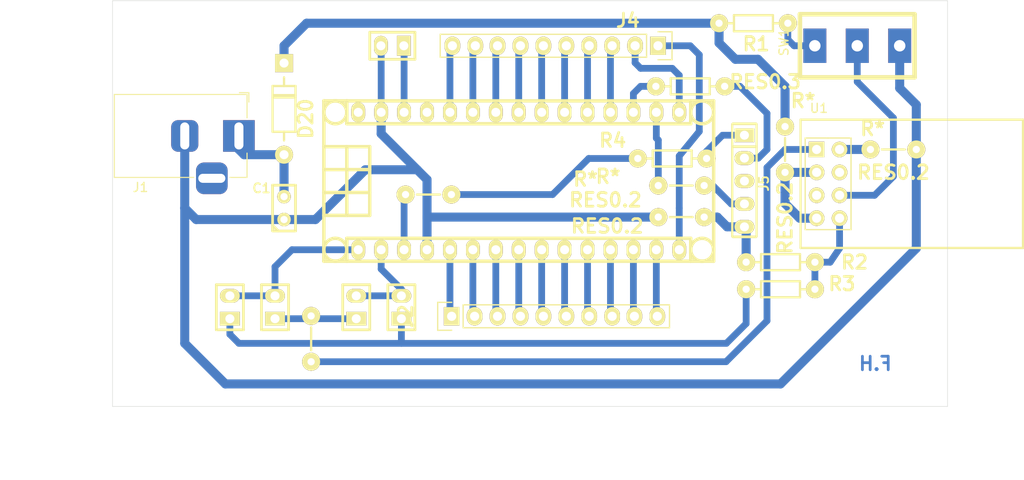
<source format=kicad_pcb>
(kicad_pcb (version 20171130) (host pcbnew "(5.1.7)-1")

  (general
    (thickness 1.6)
    (drawings 7)
    (tracks 151)
    (zones 0)
    (modules 25)
    (nets 40)
  )

  (page A4)
  (layers
    (0 F.Cu signal)
    (31 B.Cu signal)
    (32 B.Adhes user)
    (33 F.Adhes user)
    (34 B.Paste user)
    (35 F.Paste user)
    (36 B.SilkS user)
    (37 F.SilkS user)
    (38 B.Mask user)
    (39 F.Mask user)
    (40 Dwgs.User user)
    (41 Cmts.User user)
    (42 Eco1.User user)
    (43 Eco2.User user)
    (44 Edge.Cuts user)
    (45 Margin user)
    (46 B.CrtYd user)
    (47 F.CrtYd user)
    (48 B.Fab user)
    (49 F.Fab user)
  )

  (setup
    (last_trace_width 0.75)
    (trace_clearance 0.3)
    (zone_clearance 0.508)
    (zone_45_only no)
    (trace_min 0.5)
    (via_size 0.5)
    (via_drill 0.4)
    (via_min_size 0.3)
    (via_min_drill 0.3)
    (uvia_size 0.3)
    (uvia_drill 0.1)
    (uvias_allowed no)
    (uvia_min_size 0.2)
    (uvia_min_drill 0.1)
    (edge_width 0.05)
    (segment_width 0.2)
    (pcb_text_width 0.3)
    (pcb_text_size 1.5 1.5)
    (mod_edge_width 0.12)
    (mod_text_size 1 1)
    (mod_text_width 0.15)
    (pad_size 1.99898 1.99898)
    (pad_drill 0.8001)
    (pad_to_mask_clearance 0)
    (aux_axis_origin 0 0)
    (grid_origin 105 112.5)
    (visible_elements 7FFFFFFF)
    (pcbplotparams
      (layerselection 0x010fc_ffffffff)
      (usegerberextensions false)
      (usegerberattributes true)
      (usegerberadvancedattributes true)
      (creategerberjobfile true)
      (excludeedgelayer true)
      (linewidth 0.100000)
      (plotframeref false)
      (viasonmask false)
      (mode 1)
      (useauxorigin false)
      (hpglpennumber 1)
      (hpglpenspeed 20)
      (hpglpendiameter 15.000000)
      (psnegative false)
      (psa4output false)
      (plotreference true)
      (plotvalue true)
      (plotinvisibletext false)
      (padsonsilk false)
      (subtractmaskfromsilk false)
      (outputformat 1)
      (mirror false)
      (drillshape 1)
      (scaleselection 1)
      (outputdirectory ""))
  )

  (net 0 "")
  (net 1 GND)
  (net 2 +3V3)
  (net 3 /D10)
  (net 4 /D11)
  (net 5 /D9)
  (net 6 /D8)
  (net 7 /D7)
  (net 8 /D6)
  (net 9 /D5)
  (net 10 /D4)
  (net 11 /D3)
  (net 12 /D2)
  (net 13 "Net-(J3-Pad1)")
  (net 14 "Net-(J3-Pad2)")
  (net 15 /RESET)
  (net 16 /D12)
  (net 17 /D13)
  (net 18 /3V3)
  (net 19 /AREF)
  (net 20 /A0)
  (net 21 /A1)
  (net 22 /A2)
  (net 23 /A3)
  (net 24 /A4)
  (net 25 /A5)
  (net 26 /A6)
  (net 27 /A7)
  (net 28 "Net-(J3-Pad28)")
  (net 29 "Net-(J3-Pad30)")
  (net 30 /RX-A)
  (net 31 /TX)
  (net 32 "Net-(R1-Pad2)")
  (net 33 /RX)
  (net 34 /GPIO0)
  (net 35 "Net-(C1-Pad2)")
  (net 36 "Net-(U1-Pad4)")
  (net 37 "Net-(U1-Pad5)")
  (net 38 "Net-(J3-Pad27)")
  (net 39 "Net-(J5-Pad3)")

  (net_class Default "This is the default net class."
    (clearance 0.3)
    (trace_width 0.75)
    (via_dia 0.5)
    (via_drill 0.4)
    (uvia_dia 0.3)
    (uvia_drill 0.1)
    (diff_pair_width 0.5)
    (diff_pair_gap 0.25)
    (add_net /3V3)
    (add_net /A0)
    (add_net /A1)
    (add_net /A2)
    (add_net /A3)
    (add_net /A4)
    (add_net /A5)
    (add_net /A6)
    (add_net /A7)
    (add_net /AREF)
    (add_net /D10)
    (add_net /D11)
    (add_net /D12)
    (add_net /D13)
    (add_net /D2)
    (add_net /D3)
    (add_net /D4)
    (add_net /D5)
    (add_net /D6)
    (add_net /D7)
    (add_net /D8)
    (add_net /D9)
    (add_net /GPIO0)
    (add_net /RESET)
    (add_net /RX)
    (add_net /RX-A)
    (add_net /TX)
    (add_net "Net-(J3-Pad1)")
    (add_net "Net-(J3-Pad2)")
    (add_net "Net-(J3-Pad27)")
    (add_net "Net-(J3-Pad28)")
    (add_net "Net-(J3-Pad30)")
    (add_net "Net-(J5-Pad3)")
    (add_net "Net-(R1-Pad2)")
    (add_net "Net-(U1-Pad4)")
    (add_net "Net-(U1-Pad5)")
  )

  (net_class GND ""
    (clearance 0.4)
    (trace_width 1)
    (via_dia 0.5)
    (via_drill 0.4)
    (uvia_dia 0.3)
    (uvia_drill 0.1)
    (diff_pair_width 0.5)
    (diff_pair_gap 0.25)
    (add_net GND)
  )

  (net_class VCC ""
    (clearance 0.4)
    (trace_width 1)
    (via_dia 0.5)
    (via_drill 0.4)
    (uvia_dia 0.3)
    (uvia_drill 0.1)
    (diff_pair_width 0.5)
    (diff_pair_gap 0.25)
    (add_net +3V3)
    (add_net "Net-(C1-Pad2)")
  )

  (module EESTN5:CAP_0.1 (layer F.Cu) (tedit 5FDD5127) (tstamp 5FDC63C6)
    (at 124 90.5 90)
    (descr "Small ceramic capacitor")
    (tags C)
    (path /5FCF15FC)
    (fp_text reference C1 (at 2.2 -2.5 180) (layer F.SilkS)
      (effects (font (size 1.016 1.016) (thickness 0.2032)))
    )
    (fp_text value C (at 0.8 -2.4 180) (layer F.SilkS) hide
      (effects (font (size 1.016 1.016) (thickness 0.2032)))
    )
    (fp_line (start -2.54 -0.635) (end -1.905 -1.27) (layer F.SilkS) (width 0.3048))
    (fp_line (start -2.54 1.27) (end -2.54 -1.27) (layer F.SilkS) (width 0.3048))
    (fp_line (start 2.54 1.27) (end -2.54 1.27) (layer F.SilkS) (width 0.3048))
    (fp_line (start 2.54 -1.27) (end 2.54 1.27) (layer F.SilkS) (width 0.3048))
    (fp_line (start -2.4892 -1.27) (end 2.54 -1.27) (layer F.SilkS) (width 0.3048))
    (pad 1 thru_hole circle (at -1.27 0 90) (size 1.50114 1.50114) (drill 0.8001) (layers *.Cu *.Mask F.SilkS)
      (net 1 GND))
    (pad 2 thru_hole circle (at 1.27 0 90) (size 1.50114 1.50114) (drill 0.8001) (layers *.Cu *.Mask F.SilkS)
      (net 35 "Net-(C1-Pad2)"))
    (model CAP_0.1.wrl
      (at (xyz 0 0 0))
      (scale (xyz 1 1 1))
      (rotate (xyz 0 0 0))
    )
  )

  (module Connector_BarrelJack:BarrelJack_Horizontal (layer F.Cu) (tedit 5FDD5140) (tstamp 5FDC63E9)
    (at 119 82.5)
    (descr "DC Barrel Jack")
    (tags "Power Jack")
    (path /5FCEE4D5)
    (fp_text reference J1 (at -10.9 5.7) (layer F.SilkS)
      (effects (font (size 1 1) (thickness 0.15)))
    )
    (fp_text value Barrel_Jack_MountingPin (at -6.2 -5.5) (layer F.Fab)
      (effects (font (size 1 1) (thickness 0.15)))
    )
    (fp_line (start 0 -4.5) (end -13.7 -4.5) (layer F.Fab) (width 0.1))
    (fp_line (start 0.8 4.5) (end 0.8 -3.75) (layer F.Fab) (width 0.1))
    (fp_line (start -13.7 4.5) (end 0.8 4.5) (layer F.Fab) (width 0.1))
    (fp_line (start -13.7 -4.5) (end -13.7 4.5) (layer F.Fab) (width 0.1))
    (fp_line (start -10.2 -4.5) (end -10.2 4.5) (layer F.Fab) (width 0.1))
    (fp_line (start 0.9 -4.6) (end 0.9 -2) (layer F.SilkS) (width 0.12))
    (fp_line (start -13.8 -4.6) (end 0.9 -4.6) (layer F.SilkS) (width 0.12))
    (fp_line (start 0.9 4.6) (end -1 4.6) (layer F.SilkS) (width 0.12))
    (fp_line (start 0.9 1.9) (end 0.9 4.6) (layer F.SilkS) (width 0.12))
    (fp_line (start -13.8 4.6) (end -13.8 -4.6) (layer F.SilkS) (width 0.12))
    (fp_line (start -5 4.6) (end -13.8 4.6) (layer F.SilkS) (width 0.12))
    (fp_line (start -14 4.75) (end -14 -4.75) (layer F.CrtYd) (width 0.05))
    (fp_line (start -5 4.75) (end -14 4.75) (layer F.CrtYd) (width 0.05))
    (fp_line (start -5 6.75) (end -5 4.75) (layer F.CrtYd) (width 0.05))
    (fp_line (start -1 6.75) (end -5 6.75) (layer F.CrtYd) (width 0.05))
    (fp_line (start -1 4.75) (end -1 6.75) (layer F.CrtYd) (width 0.05))
    (fp_line (start 1 4.75) (end -1 4.75) (layer F.CrtYd) (width 0.05))
    (fp_line (start 1 2) (end 1 4.75) (layer F.CrtYd) (width 0.05))
    (fp_line (start 2 2) (end 1 2) (layer F.CrtYd) (width 0.05))
    (fp_line (start 2 -2) (end 2 2) (layer F.CrtYd) (width 0.05))
    (fp_line (start 1 -2) (end 2 -2) (layer F.CrtYd) (width 0.05))
    (fp_line (start 1 -4.5) (end 1 -2) (layer F.CrtYd) (width 0.05))
    (fp_line (start 1 -4.75) (end -14 -4.75) (layer F.CrtYd) (width 0.05))
    (fp_line (start 1 -4.5) (end 1 -4.75) (layer F.CrtYd) (width 0.05))
    (fp_line (start 0.05 -4.8) (end 1.1 -4.8) (layer F.SilkS) (width 0.12))
    (fp_line (start 1.1 -3.75) (end 1.1 -4.8) (layer F.SilkS) (width 0.12))
    (fp_line (start -0.003213 -4.505425) (end 0.8 -3.75) (layer F.Fab) (width 0.1))
    (fp_text user %R (at -3 -2.95) (layer F.Fab)
      (effects (font (size 1 1) (thickness 0.15)))
    )
    (pad 1 thru_hole rect (at 0 0) (size 3.5 3.5) (drill oval 1 3) (layers *.Cu *.Mask)
      (net 35 "Net-(C1-Pad2)"))
    (pad 2 thru_hole roundrect (at -6 0) (size 3 3.5) (drill oval 1 3) (layers *.Cu *.Mask) (roundrect_rratio 0.25)
      (net 1 GND))
    (pad 3 thru_hole roundrect (at -3 4.7) (size 3.5 3.5) (drill oval 3 1) (layers *.Cu *.Mask) (roundrect_rratio 0.25))
    (model ${KISYS3DMOD}/Connector_BarrelJack.3dshapes/BarrelJack_Horizontal.wrl
      (at (xyz 0 0 0))
      (scale (xyz 1 1 1))
      (rotate (xyz 0 0 0))
    )
  )

  (module EESTN5:Pin_Header_Straight_1x10 (layer F.Cu) (tedit 5FDD4B09) (tstamp 5FDC73F4)
    (at 154 102.5 90)
    (descr "Through hole pin header 10")
    (tags "pin header")
    (path /5FCFA3C8)
    (fp_text reference J2 (at 0 -16.53 90) (layer F.SilkS)
      (effects (font (size 1.5 1.5) (thickness 0.3)))
    )
    (fp_text value HEADER_10 (at -3 0.75 180) (layer F.SilkS) hide
      (effects (font (size 1.5 1.5) (thickness 0.3)))
    )
    (fp_line (start -1.75 -13.18) (end -1.75 13.2) (layer F.CrtYd) (width 0.05))
    (fp_line (start 1.75 -13.18) (end 1.75 13.2) (layer F.CrtYd) (width 0.05))
    (fp_line (start -1.75 -13.18) (end 1.75 -13.18) (layer F.CrtYd) (width 0.05))
    (fp_line (start -1.75 13.2) (end 1.75 13.2) (layer F.CrtYd) (width 0.05))
    (fp_line (start 1.27 -10.16) (end 1.27 12.7) (layer F.SilkS) (width 0.15))
    (fp_line (start 1.27 12.7) (end -1.27 12.7) (layer F.SilkS) (width 0.15))
    (fp_line (start -1.27 12.7) (end -1.27 -10.16) (layer F.SilkS) (width 0.15))
    (fp_line (start 1.55 -12.98) (end 1.55 -11.43) (layer F.SilkS) (width 0.15))
    (fp_line (start 1.27 -10.16) (end -1.27 -10.16) (layer F.SilkS) (width 0.15))
    (fp_line (start -1.55 -11.43) (end -1.55 -12.98) (layer F.SilkS) (width 0.15))
    (fp_line (start -1.55 -12.98) (end 1.55 -12.98) (layer F.SilkS) (width 0.15))
    (pad 9 thru_hole oval (at 0 8.81 90) (size 2.032 1.7272) (drill 1.016) (layers *.Cu *.Mask F.SilkS)
      (net 3 /D10))
    (pad 10 thru_hole oval (at 0 11.35 90) (size 2.032 1.7272) (drill 1.016) (layers *.Cu *.Mask F.SilkS)
      (net 4 /D11))
    (pad 8 thru_hole oval (at 0 6.35 90) (size 2.032 1.7272) (drill 1.016) (layers *.Cu *.Mask F.SilkS)
      (net 5 /D9))
    (pad 7 thru_hole oval (at 0 3.81 90) (size 2.032 1.7272) (drill 1.016) (layers *.Cu *.Mask F.SilkS)
      (net 6 /D8))
    (pad 6 thru_hole oval (at 0 1.27 90) (size 2.032 1.7272) (drill 1.016) (layers *.Cu *.Mask F.SilkS)
      (net 7 /D7))
    (pad 5 thru_hole oval (at 0 -1.27 90) (size 2.032 1.7272) (drill 1.016) (layers *.Cu *.Mask F.SilkS)
      (net 8 /D6))
    (pad 4 thru_hole oval (at 0 -3.81 90) (size 2.032 1.7272) (drill 1.016) (layers *.Cu *.Mask F.SilkS)
      (net 9 /D5))
    (pad 3 thru_hole oval (at 0 -6.35 90) (size 2.032 1.7272) (drill 1.016) (layers *.Cu *.Mask F.SilkS)
      (net 10 /D4))
    (pad 2 thru_hole oval (at 0 -8.89 90) (size 2.032 1.7272) (drill 1.016) (layers *.Cu *.Mask F.SilkS)
      (net 11 /D3))
    (pad 1 thru_hole rect (at 0 -11.43 90) (size 2.032 1.7272) (drill 1.016) (layers *.Cu *.Mask F.SilkS)
      (net 12 /D2))
  )

  (module EESTN5:arduino_nano_header (layer F.Cu) (tedit 5FDD4B19) (tstamp 5FDC6438)
    (at 150 87.5)
    (descr "Arduino Nano Header")
    (tags Arduino)
    (path /5FA2F628)
    (fp_text reference J3 (at 0.2 -2.2) (layer F.SilkS) hide
      (effects (font (size 1.016 1.016) (thickness 0.2032)))
    )
    (fp_text value Arduino_Nano_Header (at 0.3 -4.8) (layer F.SilkS) hide
      (effects (font (size 1.016 0.889) (thickness 0.2032)))
    )
    (fp_line (start -19.05 8.89) (end -19.05 6.35) (layer F.SilkS) (width 0.381))
    (fp_line (start -19.05 -8.89) (end -19.05 -6.35) (layer F.SilkS) (width 0.381))
    (fp_line (start 19.05 -6.35) (end 19.05 -8.89) (layer F.SilkS) (width 0.381))
    (fp_line (start 19.05 8.89) (end 19.05 6.35) (layer F.SilkS) (width 0.381))
    (fp_line (start -19.05 6.35) (end 19.05 6.35) (layer F.SilkS) (width 0.381))
    (fp_line (start 19.05 -6.35) (end -19.05 -6.35) (layer F.SilkS) (width 0.381))
    (fp_circle (center 20.32 7.62) (end 21.59 7.62) (layer F.SilkS) (width 0.381))
    (fp_circle (center 20.32 -7.62) (end 21.59 -7.62) (layer F.SilkS) (width 0.381))
    (fp_circle (center -20.32 7.62) (end -21.59 7.62) (layer F.SilkS) (width 0.381))
    (fp_circle (center -20.32 -7.62) (end -21.59 -7.62) (layer F.SilkS) (width 0.381))
    (fp_line (start 21.59 8.89) (end 21.59 -8.89) (layer F.SilkS) (width 0.381))
    (fp_line (start -21.59 8.89) (end -21.59 -8.89) (layer F.SilkS) (width 0.381))
    (fp_line (start -21.59 8.89) (end 21.59 8.89) (layer F.SilkS) (width 0.381))
    (fp_line (start 21.59 -8.89) (end -21.59 -8.89) (layer F.SilkS) (width 0.381))
    (fp_line (start -16.51 3.81) (end -21.59 3.81) (layer F.SilkS) (width 0.381))
    (fp_line (start -16.51 -3.81) (end -16.51 3.81) (layer F.SilkS) (width 0.381))
    (fp_line (start -21.59 -3.81) (end -16.51 -3.81) (layer F.SilkS) (width 0.381))
    (fp_line (start -19.05 -3.81) (end -19.05 3.81) (layer F.SilkS) (width 0.381))
    (fp_line (start -16.51 1.27) (end -21.59 1.27) (layer F.SilkS) (width 0.381))
    (fp_line (start -16.51 -1.27) (end -21.59 -1.27) (layer F.SilkS) (width 0.381))
    (pad 1 thru_hole oval (at -17.78 7.62) (size 1.524 2.19964) (drill 1.00076) (layers *.Cu *.Mask F.SilkS)
      (net 13 "Net-(J3-Pad1)"))
    (pad 2 thru_hole oval (at -15.24 7.62) (size 1.524 2.19964) (drill 1.00076) (layers *.Cu *.Mask F.SilkS)
      (net 14 "Net-(J3-Pad2)"))
    (pad 3 thru_hole oval (at -12.7 7.62) (size 1.524 2.19964) (drill 1.00076) (layers *.Cu *.Mask F.SilkS)
      (net 15 /RESET))
    (pad 4 thru_hole oval (at -10.16 7.62) (size 1.524 2.19964) (drill 1.00076) (layers *.Cu *.Mask F.SilkS)
      (net 1 GND))
    (pad 5 thru_hole oval (at -7.62 7.62) (size 1.524 2.19964) (drill 1.00076) (layers *.Cu *.Mask F.SilkS)
      (net 12 /D2))
    (pad 6 thru_hole oval (at -5.08 7.62) (size 1.524 2.19964) (drill 1.00076) (layers *.Cu *.Mask F.SilkS)
      (net 11 /D3))
    (pad 7 thru_hole oval (at -2.54 7.62) (size 1.524 2.19964) (drill 1.00076) (layers *.Cu *.Mask F.SilkS)
      (net 10 /D4))
    (pad 8 thru_hole oval (at 0 7.62) (size 1.524 2.19964) (drill 1.00076) (layers *.Cu *.Mask F.SilkS)
      (net 9 /D5))
    (pad 9 thru_hole oval (at 2.54 7.62) (size 1.524 2.19964) (drill 1.00076) (layers *.Cu *.Mask F.SilkS)
      (net 8 /D6))
    (pad 10 thru_hole oval (at 5.08 7.62) (size 1.524 2.19964) (drill 1.00076) (layers *.Cu *.Mask F.SilkS)
      (net 7 /D7))
    (pad 11 thru_hole oval (at 7.62 7.62) (size 1.524 2.19964) (drill 1.00076) (layers *.Cu *.Mask F.SilkS)
      (net 6 /D8))
    (pad 12 thru_hole oval (at 10.16 7.62) (size 1.524 2.19964) (drill 1.00076) (layers *.Cu *.Mask F.SilkS)
      (net 5 /D9))
    (pad 13 thru_hole oval (at 12.7 7.62) (size 1.524 2.19964) (drill 1.00076) (layers *.Cu *.Mask F.SilkS)
      (net 3 /D10))
    (pad 14 thru_hole oval (at 15.24 7.62) (size 1.524 2.19964) (drill 1.00076) (layers *.Cu *.Mask F.SilkS)
      (net 4 /D11))
    (pad 15 thru_hole oval (at 17.78 7.62) (size 1.524 2.19964) (drill 1.00076) (layers *.Cu *.Mask F.SilkS)
      (net 16 /D12))
    (pad 16 thru_hole oval (at 17.78 -7.62) (size 1.524 2.19964) (drill 1.00076) (layers *.Cu *.Mask F.SilkS)
      (net 17 /D13))
    (pad 17 thru_hole oval (at 15.24 -7.62) (size 1.524 2.19964) (drill 1.00076) (layers *.Cu *.Mask F.SilkS)
      (net 18 /3V3))
    (pad 18 thru_hole oval (at 12.7 -7.62) (size 1.524 2.19964) (drill 1.00076) (layers *.Cu *.Mask F.SilkS)
      (net 19 /AREF))
    (pad 19 thru_hole oval (at 10.16 -7.62) (size 1.524 2.19964) (drill 1.00076) (layers *.Cu *.Mask F.SilkS)
      (net 20 /A0))
    (pad 20 thru_hole oval (at 7.62 -7.62) (size 1.524 2.1971) (drill 1.00076) (layers *.Cu *.Mask F.SilkS)
      (net 21 /A1))
    (pad 21 thru_hole oval (at 5.08 -7.62) (size 1.524 2.1971) (drill 1.00076) (layers *.Cu *.Mask F.SilkS)
      (net 22 /A2))
    (pad 22 thru_hole oval (at 2.54 -7.62) (size 1.524 2.1971) (drill 1.00076) (layers *.Cu *.Mask F.SilkS)
      (net 23 /A3))
    (pad 23 thru_hole oval (at 0 -7.62) (size 1.524 2.1971) (drill 1.00076) (layers *.Cu *.Mask F.SilkS)
      (net 24 /A4))
    (pad 24 thru_hole oval (at -2.54 -7.62) (size 1.524 2.1971) (drill 0.99822) (layers *.Cu *.Mask F.SilkS)
      (net 25 /A5))
    (pad 25 thru_hole oval (at -5.08 -7.62) (size 1.524 2.1971) (drill 0.99822) (layers *.Cu *.Mask F.SilkS)
      (net 26 /A6))
    (pad 26 thru_hole oval (at -7.62 -7.62) (size 1.524 2.1971) (drill 0.99822) (layers *.Cu *.Mask F.SilkS)
      (net 27 /A7))
    (pad 27 thru_hole oval (at -10.16 -7.62) (size 1.524 2.1971) (drill 0.99822) (layers *.Cu *.Mask F.SilkS)
      (net 38 "Net-(J3-Pad27)"))
    (pad 28 thru_hole oval (at -12.7 -7.62) (size 1.524 2.1971) (drill 0.99822) (layers *.Cu *.Mask F.SilkS)
      (net 28 "Net-(J3-Pad28)"))
    (pad 29 thru_hole oval (at -15.24 -7.62) (size 1.524 2.1971) (drill 0.99822) (layers *.Cu *.Mask F.SilkS)
      (net 1 GND))
    (pad 30 thru_hole oval (at -17.78 -7.62) (size 1.524 2.1971) (drill 0.99822) (layers *.Cu *.Mask F.SilkS)
      (net 29 "Net-(J3-Pad30)"))
    (model Arduino_Nano_Board_Zocalo.wrl
      (at (xyz 0 0 0))
      (scale (xyz 1 1 1))
      (rotate (xyz 0 0 0))
    )
  )

  (module EESTN5:Pin_Header_Straight_1x10 (layer F.Cu) (tedit 5FDD511B) (tstamp 5FDC6451)
    (at 154 72.5 270)
    (descr "Through hole pin header 10")
    (tags "pin header")
    (path /5FCFABBF)
    (fp_text reference J4 (at -2.8 -8.1 180) (layer F.SilkS)
      (effects (font (size 1.5 1.5) (thickness 0.3)))
    )
    (fp_text value HEADER_10 (at -2.6 0.7 180) (layer F.SilkS) hide
      (effects (font (size 1.5 1.5) (thickness 0.3)))
    )
    (fp_line (start -1.55 -12.98) (end 1.55 -12.98) (layer F.SilkS) (width 0.15))
    (fp_line (start -1.55 -11.43) (end -1.55 -12.98) (layer F.SilkS) (width 0.15))
    (fp_line (start 1.27 -10.16) (end -1.27 -10.16) (layer F.SilkS) (width 0.15))
    (fp_line (start 1.55 -12.98) (end 1.55 -11.43) (layer F.SilkS) (width 0.15))
    (fp_line (start -1.27 12.7) (end -1.27 -10.16) (layer F.SilkS) (width 0.15))
    (fp_line (start 1.27 12.7) (end -1.27 12.7) (layer F.SilkS) (width 0.15))
    (fp_line (start 1.27 -10.16) (end 1.27 12.7) (layer F.SilkS) (width 0.15))
    (fp_line (start -1.75 13.2) (end 1.75 13.2) (layer F.CrtYd) (width 0.05))
    (fp_line (start -1.75 -13.18) (end 1.75 -13.18) (layer F.CrtYd) (width 0.05))
    (fp_line (start 1.75 -13.18) (end 1.75 13.2) (layer F.CrtYd) (width 0.05))
    (fp_line (start -1.75 -13.18) (end -1.75 13.2) (layer F.CrtYd) (width 0.05))
    (pad 1 thru_hole rect (at 0 -11.43 270) (size 2.032 1.7272) (drill 1.016) (layers *.Cu *.Mask F.SilkS)
      (net 16 /D12))
    (pad 2 thru_hole oval (at 0 -8.89 270) (size 2.032 1.7272) (drill 1.016) (layers *.Cu *.Mask F.SilkS)
      (net 17 /D13))
    (pad 3 thru_hole oval (at 0 -6.35 270) (size 2.032 1.7272) (drill 1.016) (layers *.Cu *.Mask F.SilkS)
      (net 20 /A0))
    (pad 4 thru_hole oval (at 0 -3.81 270) (size 2.032 1.7272) (drill 1.016) (layers *.Cu *.Mask F.SilkS)
      (net 21 /A1))
    (pad 5 thru_hole oval (at 0 -1.27 270) (size 2.032 1.7272) (drill 1.016) (layers *.Cu *.Mask F.SilkS)
      (net 22 /A2))
    (pad 6 thru_hole oval (at 0 1.27 270) (size 2.032 1.7272) (drill 1.016) (layers *.Cu *.Mask F.SilkS)
      (net 23 /A3))
    (pad 7 thru_hole oval (at 0 3.81 270) (size 2.032 1.7272) (drill 1.016) (layers *.Cu *.Mask F.SilkS)
      (net 24 /A4))
    (pad 8 thru_hole oval (at 0 6.35 270) (size 2.032 1.7272) (drill 1.016) (layers *.Cu *.Mask F.SilkS)
      (net 25 /A5))
    (pad 10 thru_hole oval (at 0 11.35 270) (size 2.032 1.7272) (drill 1.016) (layers *.Cu *.Mask F.SilkS)
      (net 27 /A7))
    (pad 9 thru_hole oval (at 0 8.81 270) (size 2.032 1.7272) (drill 1.016) (layers *.Cu *.Mask F.SilkS)
      (net 26 /A6))
  )

  (module EESTN5:Pin_Header_5 (layer F.Cu) (tedit 5FDD50BC) (tstamp 5FDC6461)
    (at 175 87.5 270)
    (descr "Pin socket 6pin")
    (tags "CONN DEV")
    (path /5FD8072C)
    (fp_text reference J5 (at 0.27 -2.159 90) (layer F.SilkS)
      (effects (font (size 1.016 1.016) (thickness 0.2032)))
    )
    (fp_text value HEADER_5 (at -7.7 -0.3 180) (layer F.SilkS) hide
      (effects (font (size 1.016 0.889) (thickness 0.2032)))
    )
    (fp_line (start 6.19 -1.27) (end 6.19 1.27) (layer F.SilkS) (width 0.3048))
    (fp_line (start -6.35 1.27) (end -6.35 -1.27) (layer F.SilkS) (width 0.3048))
    (fp_line (start -3.81 -1.27) (end -3.81 1.27) (layer F.SilkS) (width 0.3048))
    (fp_line (start -6.33 -1.4) (end 6.17 -1.4) (layer F.SilkS) (width 0.15))
    (fp_line (start 6.17 -1.3) (end -6.23 -1.3) (layer F.SilkS) (width 0.15))
    (fp_line (start 6.17 1.3) (end -6.33 1.3) (layer F.SilkS) (width 0.15))
    (fp_line (start 6.17 1.4) (end -6.33 1.4) (layer F.SilkS) (width 0.15))
    (pad 1 thru_hole rect (at -5.08 0 270) (size 1.524 2.19964) (drill 1.00076) (layers *.Cu *.Mask F.SilkS)
      (net 15 /RESET))
    (pad 2 thru_hole oval (at -2.54 0 270) (size 1.524 2.19964) (drill 1.00076) (layers *.Cu *.Mask F.SilkS)
      (net 19 /AREF))
    (pad 3 thru_hole oval (at 0 0 270) (size 1.524 2.19964) (drill 1.00076) (layers *.Cu *.Mask F.SilkS)
      (net 39 "Net-(J5-Pad3)"))
    (pad 4 thru_hole oval (at 2.54 0 270) (size 1.524 2.19964) (drill 1.00076) (layers *.Cu *.Mask F.SilkS)
      (net 18 /3V3))
    (pad 5 thru_hole oval (at 5.08 0 270) (size 1.524 2.19964) (drill 1.00076) (layers *.Cu *.Mask F.SilkS)
      (net 1 GND))
    (model Pin_socket_6.wrl
      (at (xyz 0 0 0))
      (scale (xyz 1 1 1))
      (rotate (xyz 0 0 0))
    )
  )

  (module EESTN5:Jumper (layer F.Cu) (tedit 5FDD4A7F) (tstamp 5FDC646B)
    (at 118 101.5 90)
    (descr "Pin strip 2pin")
    (tags "CONN DEV")
    (path /5FD5FDAD)
    (fp_text reference JP1 (at 3.5 -0.25 180) (layer F.SilkS) hide
      (effects (font (size 1.016 1.016) (thickness 0.2032)))
    )
    (fp_text value Jumper (at 5 0) (layer F.SilkS) hide
      (effects (font (size 1.016 0.889) (thickness 0.2032)))
    )
    (fp_line (start 2.5 1.5) (end -2.5 1.5) (layer F.SilkS) (width 0.3048))
    (fp_line (start -2.5 -1.5) (end 2.5 -1.5) (layer F.SilkS) (width 0.3048))
    (fp_line (start -2.5 1.5) (end -2.5 -1.5) (layer F.SilkS) (width 0.3048))
    (fp_line (start 2.5 -1.5) (end 2.5 1.5) (layer F.SilkS) (width 0.3048))
    (pad 2 thru_hole oval (at 1.27 0 90) (size 1.524 2.19964) (drill 1.00076) (layers *.Cu *.Mask F.SilkS)
      (net 13 "Net-(J3-Pad1)"))
    (pad 1 thru_hole rect (at -1.27 0 90) (size 1.524 2.19964) (drill 1.00076) (layers *.Cu *.Mask F.SilkS)
      (net 30 /RX-A))
    (model pin_strip_2.wrl
      (at (xyz 0 0 0))
      (scale (xyz 1 1 1))
      (rotate (xyz 0 0 0))
    )
    (model Jumper.wrl
      (at (xyz 0 0 0))
      (scale (xyz 1 1 1))
      (rotate (xyz 0 0 0))
    )
  )

  (module EESTN5:Jumper (layer F.Cu) (tedit 5FDD4A8A) (tstamp 5FDC6475)
    (at 123 101.5 90)
    (descr "Pin strip 2pin")
    (tags "CONN DEV")
    (path /5FD51B32)
    (fp_text reference JP2 (at 3 2.75) (layer F.SilkS) hide
      (effects (font (size 1.016 1.016) (thickness 0.2032)))
    )
    (fp_text value Jumper (at 4.5 3.25) (layer F.SilkS) hide
      (effects (font (size 1.016 0.889) (thickness 0.2032)))
    )
    (fp_line (start 2.5 1.5) (end -2.5 1.5) (layer F.SilkS) (width 0.3048))
    (fp_line (start -2.5 -1.5) (end 2.5 -1.5) (layer F.SilkS) (width 0.3048))
    (fp_line (start -2.5 1.5) (end -2.5 -1.5) (layer F.SilkS) (width 0.3048))
    (fp_line (start 2.5 -1.5) (end 2.5 1.5) (layer F.SilkS) (width 0.3048))
    (pad 2 thru_hole oval (at 1.27 0 90) (size 1.524 2.19964) (drill 1.00076) (layers *.Cu *.Mask F.SilkS)
      (net 13 "Net-(J3-Pad1)"))
    (pad 1 thru_hole rect (at -1.27 0 90) (size 1.524 2.19964) (drill 1.00076) (layers *.Cu *.Mask F.SilkS)
      (net 31 /TX))
    (model pin_strip_2.wrl
      (at (xyz 0 0 0))
      (scale (xyz 1 1 1))
      (rotate (xyz 0 0 0))
    )
    (model Jumper.wrl
      (at (xyz 0 0 0))
      (scale (xyz 1 1 1))
      (rotate (xyz 0 0 0))
    )
  )

  (module EESTN5:Jumper (layer F.Cu) (tedit 58D8E361) (tstamp 5FDC647F)
    (at 137 101.5 90)
    (descr "Pin strip 2pin")
    (tags "CONN DEV")
    (path /5FD522E8)
    (fp_text reference JP3 (at 0 -2.5 90) (layer F.SilkS) hide
      (effects (font (size 1.016 1.016) (thickness 0.2032)))
    )
    (fp_text value Jumper (at 0.254 -3.556 90) (layer F.SilkS) hide
      (effects (font (size 1.016 0.889) (thickness 0.2032)))
    )
    (fp_line (start 2.5 -1.5) (end 2.5 1.5) (layer F.SilkS) (width 0.3048))
    (fp_line (start -2.5 1.5) (end -2.5 -1.5) (layer F.SilkS) (width 0.3048))
    (fp_line (start -2.5 -1.5) (end 2.5 -1.5) (layer F.SilkS) (width 0.3048))
    (fp_line (start 2.5 1.5) (end -2.5 1.5) (layer F.SilkS) (width 0.3048))
    (pad 1 thru_hole rect (at -1.27 0 90) (size 1.524 2.19964) (drill 1.00076) (layers *.Cu *.Mask F.SilkS)
      (net 30 /RX-A))
    (pad 2 thru_hole oval (at 1.27 0 90) (size 1.524 2.19964) (drill 1.00076) (layers *.Cu *.Mask F.SilkS)
      (net 14 "Net-(J3-Pad2)"))
    (model pin_strip_2.wrl
      (at (xyz 0 0 0))
      (scale (xyz 1 1 1))
      (rotate (xyz 0 0 0))
    )
    (model Jumper.wrl
      (at (xyz 0 0 0))
      (scale (xyz 1 1 1))
      (rotate (xyz 0 0 0))
    )
  )

  (module EESTN5:Jumper (layer F.Cu) (tedit 5FDD4AA2) (tstamp 5FDC6489)
    (at 132 101.5 90)
    (descr "Pin strip 2pin")
    (tags "CONN DEV")
    (path /5FD607AA)
    (fp_text reference JP4 (at 2 -3 180) (layer F.SilkS) hide
      (effects (font (size 1.016 1.016) (thickness 0.2032)))
    )
    (fp_text value Jumper (at 4 -0.5 180) (layer F.SilkS) hide
      (effects (font (size 1.016 0.889) (thickness 0.2032)))
    )
    (fp_line (start 2.5 -1.5) (end 2.5 1.5) (layer F.SilkS) (width 0.3048))
    (fp_line (start -2.5 1.5) (end -2.5 -1.5) (layer F.SilkS) (width 0.3048))
    (fp_line (start -2.5 -1.5) (end 2.5 -1.5) (layer F.SilkS) (width 0.3048))
    (fp_line (start 2.5 1.5) (end -2.5 1.5) (layer F.SilkS) (width 0.3048))
    (pad 1 thru_hole rect (at -1.27 0 90) (size 1.524 2.19964) (drill 1.00076) (layers *.Cu *.Mask F.SilkS)
      (net 31 /TX))
    (pad 2 thru_hole oval (at 1.27 0 90) (size 1.524 2.19964) (drill 1.00076) (layers *.Cu *.Mask F.SilkS)
      (net 14 "Net-(J3-Pad2)"))
    (model pin_strip_2.wrl
      (at (xyz 0 0 0))
      (scale (xyz 1 1 1))
      (rotate (xyz 0 0 0))
    )
    (model Jumper.wrl
      (at (xyz 0 0 0))
      (scale (xyz 1 1 1))
      (rotate (xyz 0 0 0))
    )
  )

  (module EESTN5:Jumper (layer F.Cu) (tedit 58D8E361) (tstamp 5FDC6493)
    (at 136 72.5 180)
    (descr "Pin strip 2pin")
    (tags "CONN DEV")
    (path /5FD22137)
    (fp_text reference JP5 (at 0 -2.5) (layer F.SilkS) hide
      (effects (font (size 1.016 1.016) (thickness 0.2032)))
    )
    (fp_text value Jumper (at 0.254 -3.556) (layer F.SilkS) hide
      (effects (font (size 1.016 0.889) (thickness 0.2032)))
    )
    (fp_line (start 2.5 -1.5) (end 2.5 1.5) (layer F.SilkS) (width 0.3048))
    (fp_line (start -2.5 1.5) (end -2.5 -1.5) (layer F.SilkS) (width 0.3048))
    (fp_line (start -2.5 -1.5) (end 2.5 -1.5) (layer F.SilkS) (width 0.3048))
    (fp_line (start 2.5 1.5) (end -2.5 1.5) (layer F.SilkS) (width 0.3048))
    (pad 1 thru_hole rect (at -1.27 0 180) (size 1.524 2.19964) (drill 1.00076) (layers *.Cu *.Mask F.SilkS)
      (net 28 "Net-(J3-Pad28)"))
    (pad 2 thru_hole oval (at 1.27 0 180) (size 1.524 2.19964) (drill 1.00076) (layers *.Cu *.Mask F.SilkS)
      (net 1 GND))
    (model pin_strip_2.wrl
      (at (xyz 0 0 0))
      (scale (xyz 1 1 1))
      (rotate (xyz 0 0 0))
    )
    (model Jumper.wrl
      (at (xyz 0 0 0))
      (scale (xyz 1 1 1))
      (rotate (xyz 0 0 0))
    )
  )

  (module EESTN5:SW_SPDT_TH_Vertical (layer F.Cu) (tedit 5FDD50DB) (tstamp 5FDC64B6)
    (at 187.5 72.5 90)
    (descr "Switch inverseur")
    (tags "SWITCH DEV")
    (path /5FA31023)
    (fp_text reference SW1 (at 0.381 -8.128 270) (layer F.SilkS)
      (effects (font (size 1 1) (thickness 0.15)))
    )
    (fp_text value SW_SPDT (at -5 0.1) (layer F.Fab) hide
      (effects (font (size 1 1) (thickness 0.15)))
    )
    (fp_line (start 3.5 -6.35) (end 3.5 6.35) (layer F.SilkS) (width 0.508))
    (fp_line (start -3.5 6.35) (end 3.5 6.35) (layer F.SilkS) (width 0.508))
    (fp_line (start -3.5 -6.35) (end -3.5 6.35) (layer F.SilkS) (width 0.5))
    (fp_line (start 3.5 -6.35) (end -3.5 -6.35) (layer F.SilkS) (width 0.5))
    (pad 2 thru_hole rect (at 0 0 90) (size 3.81 2.54) (drill 1.27) (layers *.Cu *.Mask)
      (net 34 /GPIO0))
    (pad 1 thru_hole rect (at 0 -4.7 90) (size 3.81 2.54) (drill 1.27) (layers *.Cu *.Mask)
      (net 32 "Net-(R1-Pad2)"))
    (pad 3 thru_hole rect (at 0 4.7 90) (size 3.81 2.54) (drill 1.27) (layers *.Cu *.Mask)
      (net 1 GND))
    (model SW_SPDT_TH_VERTICAL.wrl
      (at (xyz 0 0 0))
      (scale (xyz 1 1 1))
      (rotate (xyz 0 0 0))
    )
  )

  (module EESTN5:RES0.3 (layer F.Cu) (tedit 5FDD50E5) (tstamp 5FDC72AB)
    (at 176 70)
    (descr "Resistor, RC03")
    (tags R)
    (path /5FD27B26)
    (autoplace_cost180 10)
    (fp_text reference R1 (at 0.3 2.3) (layer F.SilkS)
      (effects (font (size 1.5 1.5) (thickness 0.3)))
    )
    (fp_text value 10K (at 0.1 0) (layer F.SilkS) hide
      (effects (font (size 1.5 1.5) (thickness 0.3)))
    )
    (fp_line (start 2.159 -0.889) (end -2.159 -0.889) (layer F.SilkS) (width 0.254))
    (fp_line (start 2.159 0.889) (end 2.159 -0.889) (layer F.SilkS) (width 0.254))
    (fp_line (start -2.159 0.889) (end 2.159 0.889) (layer F.SilkS) (width 0.254))
    (fp_line (start -2.159 -0.889) (end -2.159 0.889) (layer F.SilkS) (width 0.254))
    (fp_line (start -2.159 0) (end -3.81 0) (layer F.SilkS) (width 0.254))
    (fp_line (start 2.159 0) (end 3.81 0) (layer F.SilkS) (width 0.254))
    (pad 1 thru_hole circle (at -3.81 0) (size 1.99898 1.99898) (drill 0.8001) (layers *.Cu *.Mask F.SilkS)
      (net 2 +3V3))
    (pad 2 thru_hole circle (at 3.81 0) (size 1.99898 1.99898) (drill 0.8001) (layers *.Cu *.Mask F.SilkS)
      (net 32 "Net-(R1-Pad2)"))
    (model res0.3.wrl
      (offset (xyz 1.523999977111816 0 1.015999984741211))
      (scale (xyz 0.393701 0.393701 0.393701))
      (rotate (xyz -90 0 90))
    )
  )

  (module EESTN5:RES0.3 (layer F.Cu) (tedit 5FDD50EA) (tstamp 5FDC72B6)
    (at 179 99.5)
    (descr "Resistor, RC03")
    (tags R)
    (path /5FA319B0)
    (autoplace_cost180 10)
    (fp_text reference R2 (at 8.2 -3) (layer F.SilkS)
      (effects (font (size 1.5 1.5) (thickness 0.3)))
    )
    (fp_text value 1K (at 0.3 0.1) (layer F.SilkS) hide
      (effects (font (size 1.5 1.5) (thickness 0.3)))
    )
    (fp_line (start 2.159 0) (end 3.81 0) (layer F.SilkS) (width 0.254))
    (fp_line (start -2.159 0) (end -3.81 0) (layer F.SilkS) (width 0.254))
    (fp_line (start -2.159 -0.889) (end -2.159 0.889) (layer F.SilkS) (width 0.254))
    (fp_line (start -2.159 0.889) (end 2.159 0.889) (layer F.SilkS) (width 0.254))
    (fp_line (start 2.159 0.889) (end 2.159 -0.889) (layer F.SilkS) (width 0.254))
    (fp_line (start 2.159 -0.889) (end -2.159 -0.889) (layer F.SilkS) (width 0.254))
    (pad 2 thru_hole circle (at 3.81 0) (size 1.99898 1.99898) (drill 0.8001) (layers *.Cu *.Mask F.SilkS)
      (net 33 /RX))
    (pad 1 thru_hole circle (at -3.81 0) (size 1.99898 1.99898) (drill 0.8001) (layers *.Cu *.Mask F.SilkS)
      (net 30 /RX-A))
    (model res0.3.wrl
      (offset (xyz 1.523999977111816 0 1.015999984741211))
      (scale (xyz 0.393701 0.393701 0.393701))
      (rotate (xyz -90 0 90))
    )
  )

  (module EESTN5:RES0.3 (layer F.Cu) (tedit 5FDD50ED) (tstamp 5FDC72C1)
    (at 179 96.5 180)
    (descr "Resistor, RC03")
    (tags R)
    (path /5FA314EB)
    (autoplace_cost180 10)
    (fp_text reference R3 (at -6.8 -2.4 180) (layer F.SilkS)
      (effects (font (size 1.5 1.5) (thickness 0.3)))
    )
    (fp_text value 2K7 (at 0 -0.1 180) (layer F.SilkS) hide
      (effects (font (size 1.5 1.5) (thickness 0.3)))
    )
    (fp_line (start 2.159 -0.889) (end -2.159 -0.889) (layer F.SilkS) (width 0.254))
    (fp_line (start 2.159 0.889) (end 2.159 -0.889) (layer F.SilkS) (width 0.254))
    (fp_line (start -2.159 0.889) (end 2.159 0.889) (layer F.SilkS) (width 0.254))
    (fp_line (start -2.159 -0.889) (end -2.159 0.889) (layer F.SilkS) (width 0.254))
    (fp_line (start -2.159 0) (end -3.81 0) (layer F.SilkS) (width 0.254))
    (fp_line (start 2.159 0) (end 3.81 0) (layer F.SilkS) (width 0.254))
    (pad 1 thru_hole circle (at -3.81 0 180) (size 1.99898 1.99898) (drill 0.8001) (layers *.Cu *.Mask F.SilkS)
      (net 33 /RX))
    (pad 2 thru_hole circle (at 3.81 0 180) (size 1.99898 1.99898) (drill 0.8001) (layers *.Cu *.Mask F.SilkS)
      (net 1 GND))
    (model res0.3.wrl
      (offset (xyz 1.523999977111816 0 1.015999984741211))
      (scale (xyz 0.393701 0.393701 0.393701))
      (rotate (xyz -90 0 90))
    )
  )

  (module EESTN5:DO-41 (layer F.Cu) (tedit 5FDD5136) (tstamp 5FDC4257)
    (at 124 79.5 90)
    (descr "Diode, DO-41 package")
    (tags "Diode DO-41 DO41")
    (path /5FDC9919)
    (fp_text reference D20 (at -1.1 2.4 270) (layer F.SilkS)
      (effects (font (size 1.524 1.524) (thickness 0.3048)))
    )
    (fp_text value DIODE (at 2.9 4.7 180) (layer F.SilkS) hide
      (effects (font (size 1.524 1.524) (thickness 0.3048)))
    )
    (fp_line (start 1.524 1.27) (end 1.524 -1.27) (layer F.SilkS) (width 0.254))
    (fp_line (start 1.27 -1.27) (end 1.27 1.27) (layer F.SilkS) (width 0.254))
    (fp_line (start -2.54 -1.27) (end -2.54 1.27) (layer F.SilkS) (width 0.254))
    (fp_line (start 2.54 -1.27) (end 2.54 1.27) (layer F.SilkS) (width 0.254))
    (fp_line (start -2.54 -1.27) (end 2.54 -1.27) (layer F.SilkS) (width 0.254))
    (fp_line (start 2.54 1.27) (end -2.54 1.27) (layer F.SilkS) (width 0.254))
    (fp_line (start 3.5 0) (end 2.54 0) (layer F.SilkS) (width 0.254))
    (fp_line (start -2.54 0) (end -3.5 0) (layer F.SilkS) (width 0.254))
    (pad 1 thru_hole circle (at -5.08 0 90) (size 1.99898 1.99898) (drill 1.00076) (layers *.Cu *.Mask F.SilkS)
      (net 35 "Net-(C1-Pad2)"))
    (pad 2 thru_hole rect (at 5.08 0 90) (size 1.99898 1.99898) (drill 1.00076) (layers *.Cu *.Mask F.SilkS)
      (net 2 +3V3))
    (model DO-41.wrl
      (at (xyz 0 0 0))
      (scale (xyz 1 1 1))
      (rotate (xyz 0 0 0))
    )
  )

  (module EESTN5:RES0.3 (layer F.Cu) (tedit 5FDD50F4) (tstamp 5FDD51AB)
    (at 167 85 180)
    (descr "Resistor, RC03")
    (tags R)
    (autoplace_cost180 10)
    (fp_text reference R4 (at 6.6 2 180) (layer F.SilkS)
      (effects (font (size 1.5 1.5) (thickness 0.3)))
    )
    (fp_text value 0 (at 0.1 0 180) (layer F.SilkS) hide
      (effects (font (size 1.5 1.5) (thickness 0.3)))
    )
    (fp_line (start 2.159 0) (end 3.81 0) (layer F.SilkS) (width 0.254))
    (fp_line (start -2.159 0) (end -3.81 0) (layer F.SilkS) (width 0.254))
    (fp_line (start -2.159 -0.889) (end -2.159 0.889) (layer F.SilkS) (width 0.254))
    (fp_line (start -2.159 0.889) (end 2.159 0.889) (layer F.SilkS) (width 0.254))
    (fp_line (start 2.159 0.889) (end 2.159 -0.889) (layer F.SilkS) (width 0.254))
    (fp_line (start 2.159 -0.889) (end -2.159 -0.889) (layer F.SilkS) (width 0.254))
    (pad 2 thru_hole circle (at 3.81 0 180) (size 1.99898 1.99898) (drill 0.8001) (layers *.Cu *.Mask F.SilkS)
      (net 15 /RESET))
    (pad 2 thru_hole circle (at -3.81 0 180) (size 1.99898 1.99898) (drill 0.8001) (layers *.Cu *.Mask F.SilkS)
      (net 15 /RESET))
    (model res0.3.wrl
      (offset (xyz 1.523999977111816 0 1.015999984741211))
      (scale (xyz 0.393701 0.393701 0.393701))
      (rotate (xyz -90 0 90))
    )
  )

  (module EESTN5:RES0.3 (layer F.Cu) (tedit 5FDD5111) (tstamp 5FDD5A62)
    (at 169 77)
    (descr "Resistor, RC03")
    (tags R)
    (autoplace_cost180 10)
    (fp_text reference RES0.3 (at 8.3 -0.5) (layer F.SilkS)
      (effects (font (size 1.5 1.5) (thickness 0.3)))
    )
    (fp_text value 0 (at -0.1 0.1) (layer F.SilkS) hide
      (effects (font (size 1.5 1.5) (thickness 0.3)))
    )
    (fp_line (start 2.159 0) (end 3.81 0) (layer F.SilkS) (width 0.254))
    (fp_line (start -2.159 0) (end -3.81 0) (layer F.SilkS) (width 0.254))
    (fp_line (start -2.159 -0.889) (end -2.159 0.889) (layer F.SilkS) (width 0.254))
    (fp_line (start -2.159 0.889) (end 2.159 0.889) (layer F.SilkS) (width 0.254))
    (fp_line (start 2.159 0.889) (end 2.159 -0.889) (layer F.SilkS) (width 0.254))
    (fp_line (start 2.159 -0.889) (end -2.159 -0.889) (layer F.SilkS) (width 0.254))
    (pad 2 thru_hole circle (at 3.81 0) (size 1.99898 1.99898) (drill 0.8001) (layers *.Cu *.Mask F.SilkS)
      (net 19 /AREF))
    (pad 1 thru_hole circle (at -3.81 0) (size 1.99898 1.99898) (drill 0.8001) (layers *.Cu *.Mask F.SilkS)
      (net 19 /AREF))
    (model res0.3.wrl
      (offset (xyz 1.523999977111816 0 1.015999984741211))
      (scale (xyz 0.393701 0.393701 0.393701))
      (rotate (xyz -90 0 90))
    )
  )

  (module ESP8266:ESP-01 (layer F.Cu) (tedit 5FDD50D6) (tstamp 5FDD654B)
    (at 183 84)
    (descr "Module, ESP-8266, ESP-01, 8 pin")
    (tags "Module ESP-8266 ESP8266")
    (path /5FDDD9EA)
    (fp_text reference U1 (at 0.254 -4.572) (layer F.SilkS)
      (effects (font (size 1 1) (thickness 0.15)))
    )
    (fp_text value ESP-01v090 (at 9.3 6.5) (layer F.Fab)
      (effects (font (size 1 1) (thickness 0.15)))
    )
    (fp_line (start 3.81 -1.27) (end 1.27 -1.27) (layer F.SilkS) (width 0.1524))
    (fp_line (start 3.81 8.89) (end 3.81 -1.27) (layer F.SilkS) (width 0.1524))
    (fp_line (start -1.27 8.89) (end 3.81 8.89) (layer F.SilkS) (width 0.1524))
    (fp_line (start -1.27 1.27) (end -1.27 8.89) (layer F.SilkS) (width 0.1524))
    (fp_line (start -1.75 9.4) (end 4.3 9.4) (layer F.CrtYd) (width 0.05))
    (fp_line (start -1.75 -1.75) (end 4.3 -1.75) (layer F.CrtYd) (width 0.05))
    (fp_line (start 4.3 -1.75) (end 4.3 9.4) (layer F.CrtYd) (width 0.05))
    (fp_line (start -1.75 -1.75) (end -1.75 9.4) (layer F.CrtYd) (width 0.05))
    (fp_line (start -1.27 -1.27) (end -1.27 1.27) (layer F.SilkS) (width 0.1524))
    (fp_line (start 1.27 -1.27) (end -1.27 -1.27) (layer F.SilkS) (width 0.1524))
    (fp_line (start -1.778 10.922) (end -1.778 -3.302) (layer F.Fab) (width 0.05))
    (fp_line (start 22.86 10.922) (end -1.778 10.922) (layer F.Fab) (width 0.05))
    (fp_line (start 22.86 -3.302) (end 22.86 10.922) (layer F.Fab) (width 0.05))
    (fp_line (start -1.778 -3.302) (end 22.86 -3.302) (layer F.Fab) (width 0.05))
    (fp_line (start -1.778 10.922) (end -1.778 -3.302) (layer F.SilkS) (width 0.254))
    (fp_line (start 22.86 10.922) (end -1.778 10.922) (layer F.SilkS) (width 0.254))
    (fp_line (start 22.86 -3.302) (end 22.86 10.922) (layer F.SilkS) (width 0.254))
    (fp_line (start -1.778 -3.302) (end 22.86 -3.302) (layer F.SilkS) (width 0.254))
    (pad 1 thru_hole rect (at 0 0) (size 1.7272 1.7272) (drill 1.016) (layers *.Cu *.Mask F.SilkS)
      (net 31 /TX))
    (pad 2 thru_hole oval (at 2.54 0) (size 1.7272 1.7272) (drill 1.016) (layers *.Cu *.Mask F.SilkS)
      (net 1 GND))
    (pad 3 thru_hole oval (at 0 2.54) (size 1.7272 1.7272) (drill 1.016) (layers *.Cu *.Mask F.SilkS)
      (net 2 +3V3))
    (pad 4 thru_hole oval (at 2.54 2.54) (size 1.7272 1.7272) (drill 1.016) (layers *.Cu *.Mask F.SilkS)
      (net 36 "Net-(U1-Pad4)"))
    (pad 5 thru_hole oval (at 0 5.08) (size 1.7272 1.7272) (drill 1.016) (layers *.Cu *.Mask F.SilkS)
      (net 37 "Net-(U1-Pad5)"))
    (pad 6 thru_hole oval (at 2.54 5.08) (size 1.7272 1.7272) (drill 1.016) (layers *.Cu *.Mask F.SilkS)
      (net 34 /GPIO0))
    (pad 7 thru_hole oval (at 0 7.62) (size 1.7272 1.7272) (drill 1.016) (layers *.Cu *.Mask F.SilkS)
      (net 2 +3V3))
    (pad 8 thru_hole oval (at 2.54 7.62) (size 1.7272 1.7272) (drill 1.016) (layers *.Cu *.Mask F.SilkS)
      (net 33 /RX))
  )

  (module EESTN5:RES0.2 (layer F.Cu) (tedit 5FDD50CB) (tstamp 5FDD8106)
    (at 179.5 84 90)
    (descr "Resistor, RC03 vertical")
    (fp_text reference RES0.2 (at -7.6 0 90) (layer F.SilkS)
      (effects (font (size 1.524 1.524) (thickness 0.3048)))
    )
    (fp_text value R* (at 5.4 2 180) (layer F.SilkS)
      (effects (font (size 1.524 1.524) (thickness 0.3048)))
    )
    (fp_circle (center -2.54 0) (end -2.159 0) (layer F.SilkS) (width 0.3048))
    (fp_line (start -1.27 0) (end 1.27 0) (layer F.SilkS) (width 0.254))
    (pad 2 thru_hole circle (at 2.54 0 90) (size 1.99898 1.99898) (drill 0.8001) (layers *.Cu *.Mask F.SilkS)
      (net 2 +3V3))
    (pad 1 thru_hole circle (at -2.54 0 90) (size 1.99898 1.99898) (drill 0.8001) (layers *.Cu *.Mask F.SilkS)
      (net 2 +3V3))
    (model RES0.2.wrl
      (offset (xyz 2.539999961853027 0 -1.523999977111816))
      (scale (xyz 0.393701 0.393701 0.393701))
      (rotate (xyz -90 0 90))
    )
  )

  (module EESTN5:RES0.2 (layer F.Cu) (tedit 5FDD50D3) (tstamp 5FDD861B)
    (at 191.5 84)
    (descr "Resistor, RC03 vertical")
    (fp_text reference RES0.2 (at 0 2.54) (layer F.SilkS)
      (effects (font (size 1.524 1.524) (thickness 0.3048)))
    )
    (fp_text value R* (at -2.3 -2.3) (layer F.SilkS)
      (effects (font (size 1.524 1.524) (thickness 0.3048)))
    )
    (fp_circle (center -2.54 0) (end -2.159 0) (layer F.SilkS) (width 0.3048))
    (fp_line (start -1.27 0) (end 1.27 0) (layer F.SilkS) (width 0.254))
    (pad 2 thru_hole circle (at 2.54 0) (size 1.99898 1.99898) (drill 0.8001) (layers *.Cu *.Mask F.SilkS)
      (net 1 GND))
    (pad 1 thru_hole circle (at -2.54 0) (size 1.99898 1.99898) (drill 0.8001) (layers *.Cu *.Mask F.SilkS)
      (net 1 GND))
    (model RES0.2.wrl
      (offset (xyz 2.539999961853027 0 -1.523999977111816))
      (scale (xyz 0.393701 0.393701 0.393701))
      (rotate (xyz -90 0 90))
    )
  )

  (module EESTN5:RES0.2 (layer F.Cu) (tedit 5FDD4B3E) (tstamp 5FDD88AD)
    (at 168 91.5)
    (descr "Resistor, RC03 vertical")
    (fp_text reference RES0.2 (at -8.2 1) (layer F.SilkS)
      (effects (font (size 1.524 1.524) (thickness 0.3048)))
    )
    (fp_text value R* (at -8.1 -4.5) (layer F.SilkS)
      (effects (font (size 1.524 1.524) (thickness 0.3048)))
    )
    (fp_circle (center -2.54 0) (end -2.159 0) (layer F.SilkS) (width 0.3048))
    (fp_line (start -1.27 0) (end 1.27 0) (layer F.SilkS) (width 0.254))
    (pad 2 thru_hole circle (at 2.54 0) (size 1.99898 1.99898) (drill 0.8001) (layers *.Cu *.Mask F.SilkS)
      (net 1 GND))
    (pad 1 thru_hole circle (at -2.54 0) (size 1.99898 1.99898) (drill 0.8001) (layers *.Cu *.Mask F.SilkS)
      (net 1 GND))
    (model RES0.2.wrl
      (offset (xyz 2.539999961853027 0 -1.523999977111816))
      (scale (xyz 0.393701 0.393701 0.393701))
      (rotate (xyz -90 0 90))
    )
  )

  (module EESTN5:RES0.2 (layer F.Cu) (tedit 5FDD4AF9) (tstamp 5FDD8B5C)
    (at 127 105 90)
    (descr "Resistor, RC03 vertical")
    (fp_text reference RES0.2 (at -2.75 -4.75 180) (layer F.SilkS) hide
      (effects (font (size 1.524 1.524) (thickness 0.3048)))
    )
    (fp_text value R* (at -1.75 -4.25 180) (layer F.SilkS) hide
      (effects (font (size 1.524 1.524) (thickness 0.3048)))
    )
    (fp_circle (center -2.54 0) (end -2.159 0) (layer F.SilkS) (width 0.3048))
    (fp_line (start -1.27 0) (end 1.27 0) (layer F.SilkS) (width 0.254))
    (pad 2 thru_hole circle (at 2.54 0 90) (size 1.99898 1.99898) (drill 0.8001) (layers *.Cu *.Mask F.SilkS)
      (net 31 /TX))
    (pad 1 thru_hole circle (at -2.54 0 90) (size 1.99898 1.99898) (drill 0.8001) (layers *.Cu *.Mask F.SilkS)
      (net 31 /TX))
    (model RES0.2.wrl
      (offset (xyz 2.539999961853027 0 -1.523999977111816))
      (scale (xyz 0.393701 0.393701 0.393701))
      (rotate (xyz -90 0 90))
    )
  )

  (module EESTN5:RES0.2 (layer F.Cu) (tedit 5FDD4B49) (tstamp 5FDD98DF)
    (at 168 88)
    (descr "Resistor, RC03 vertical")
    (fp_text reference RES0.2 (at -8.4 1.6) (layer F.SilkS)
      (effects (font (size 1.524 1.524) (thickness 0.3048)))
    )
    (fp_text value R* (at -10.6 -0.7) (layer F.SilkS)
      (effects (font (size 1.524 1.524) (thickness 0.3048)))
    )
    (fp_circle (center -2.54 0) (end -2.159 0) (layer F.SilkS) (width 0.3048))
    (fp_line (start -1.27 0) (end 1.27 0) (layer F.SilkS) (width 0.254))
    (pad 2 thru_hole circle (at 2.54 0) (size 1.99898 1.99898) (drill 0.8001) (layers *.Cu *.Mask F.SilkS)
      (net 18 /3V3))
    (pad 1 thru_hole circle (at -2.54 0) (size 1.99898 1.99898) (drill 0.8001) (layers *.Cu *.Mask F.SilkS)
      (net 18 /3V3))
    (model RES0.2.wrl
      (offset (xyz 2.539999961853027 0 -1.523999977111816))
      (scale (xyz 0.393701 0.393701 0.393701))
      (rotate (xyz -90 0 90))
    )
  )

  (module EESTN5:RES0.2 (layer F.Cu) (tedit 5FDD4B25) (tstamp 5FDD9DE2)
    (at 140 89)
    (descr "Resistor, RC03 vertical")
    (fp_text reference RES0.2 (at 1.4 -4.8) (layer F.SilkS) hide
      (effects (font (size 1.524 1.524) (thickness 0.3048)))
    )
    (fp_text value R* (at 2.9 -2.8) (layer F.SilkS) hide
      (effects (font (size 1.524 1.524) (thickness 0.3048)))
    )
    (fp_circle (center -2.54 0) (end -2.159 0) (layer F.SilkS) (width 0.3048))
    (fp_line (start -1.27 0) (end 1.27 0) (layer F.SilkS) (width 0.254))
    (pad 2 thru_hole circle (at 2.54 0) (size 1.99898 1.99898) (drill 0.8001) (layers *.Cu *.Mask F.SilkS)
      (net 15 /RESET))
    (pad 1 thru_hole circle (at -2.54 0) (size 1.99898 1.99898) (drill 0.8001) (layers *.Cu *.Mask F.SilkS)
      (net 15 /RESET))
    (model RES0.2.wrl
      (offset (xyz 2.539999961853027 0 -1.523999977111816))
      (scale (xyz 0.393701 0.393701 0.393701))
      (rotate (xyz -90 0 90))
    )
  )

  (dimension 92.5 (width 0.15) (layer Eco2.User)
    (gr_text "92.49918 mm" (at 151.25 121.3) (layer Eco2.User)
      (effects (font (size 1 1) (thickness 0.15)))
    )
    (feature1 (pts (xy 197.5 112.5) (xy 197.5 120.586421)))
    (feature2 (pts (xy 105 112.5) (xy 105 120.586421)))
    (crossbar (pts (xy 105 120) (xy 197.5 120)))
    (arrow1a (pts (xy 197.5 120) (xy 196.373496 120.586421)))
    (arrow1b (pts (xy 197.5 120) (xy 196.373496 119.413579)))
    (arrow2a (pts (xy 105 120) (xy 106.126504 120.586421)))
    (arrow2b (pts (xy 105 120) (xy 106.126504 119.413579)))
  )
  (dimension 45 (width 0.15) (layer Eco2.User)
    (gr_text "45.00118 mm" (at 96.2 90 90) (layer Eco2.User)
      (effects (font (size 1 1) (thickness 0.15)))
    )
    (feature1 (pts (xy 105 67.5) (xy 96.913579 67.5)))
    (feature2 (pts (xy 105 112.5) (xy 96.913579 112.5)))
    (crossbar (pts (xy 97.5 112.5) (xy 97.5 67.5)))
    (arrow1a (pts (xy 97.5 67.5) (xy 98.086421 68.626504)))
    (arrow1b (pts (xy 97.5 67.5) (xy 96.913579 68.626504)))
    (arrow2a (pts (xy 97.5 112.5) (xy 98.086421 111.373496)))
    (arrow2b (pts (xy 97.5 112.5) (xy 96.913579 111.373496)))
  )
  (gr_line (start 197.5 112.5) (end 105 112.5) (angle 90) (layer Edge.Cuts) (width 0.05))
  (gr_line (start 197.5 67.5) (end 197.5 112.5) (angle 90) (layer Edge.Cuts) (width 0.05))
  (gr_line (start 105 67.5) (end 197.5 67.5) (angle 90) (layer Edge.Cuts) (width 0.05))
  (gr_line (start 105 112.5) (end 105 67.5) (angle 90) (layer Edge.Cuts) (width 0.05))
  (gr_text "F.H\n" (at 189.5 107.75) (layer B.Cu)
    (effects (font (size 1.5 1.5) (thickness 0.3)) (justify mirror))
  )

  (segment (start 134.76 79.88) (end 134.76 72.53) (width 0.75) (layer B.Cu) (net 1) (status C00000))
  (segment (start 134.76 72.53) (end 134.73 72.5) (width 0.75) (layer B.Cu) (net 1) (tstamp 5FDDA665) (status C00000))
  (segment (start 113 82.5) (end 113 90.5) (width 1) (layer B.Cu) (net 1) (status 400000))
  (segment (start 114.27 91.77) (end 124 91.77) (width 1) (layer B.Cu) (net 1) (tstamp 5FDD396F) (status 800000))
  (segment (start 113 90.5) (end 114.27 91.77) (width 1) (layer B.Cu) (net 1) (tstamp 5FDD396E))
  (segment (start 139.84 95.12) (end 139.84 91.5) (width 1) (layer B.Cu) (net 1) (status 400000))
  (segment (start 175.19 96.5) (end 175.19 92.77) (width 1) (layer B.Cu) (net 1) (status C00000))
  (segment (start 175.19 92.77) (end 175 92.58) (width 1) (layer B.Cu) (net 1) (tstamp 5FDD4304) (status C00000))
  (segment (start 188.96 84) (end 185.54 84) (width 1) (layer B.Cu) (net 1) (status C00000))
  (segment (start 194.04 84) (end 194.04 79.04) (width 1) (layer B.Cu) (net 1) (status 400000))
  (segment (start 194.04 79.04) (end 192.2 77.2) (width 1) (layer B.Cu) (net 1) (tstamp 5FDD886C))
  (segment (start 192.2 77.2) (end 192.2 72.5) (width 1) (layer B.Cu) (net 1) (tstamp 5FDD886D) (status 800000))
  (segment (start 113 90.5) (end 113 105.5) (width 1) (layer B.Cu) (net 1))
  (segment (start 194.04 94.96) (end 194.04 84) (width 1) (layer B.Cu) (net 1) (tstamp 5FDD9086) (status 800000))
  (segment (start 179 110) (end 194.04 94.96) (width 1) (layer B.Cu) (net 1) (tstamp 5FDD9084))
  (segment (start 117.5 110) (end 179 110) (width 1) (layer B.Cu) (net 1) (tstamp 5FDD9082))
  (segment (start 113 105.5) (end 117.5 110) (width 1) (layer B.Cu) (net 1) (tstamp 5FDD9080))
  (segment (start 165.46 91.5) (end 139.84 91.5) (width 1) (layer B.Cu) (net 1) (status 400000))
  (segment (start 139.84 91.5) (end 140 91.5) (width 1) (layer B.Cu) (net 1) (tstamp 5FDD9838))
  (segment (start 140 91.5) (end 139.84 91.5) (width 1) (layer B.Cu) (net 1) (tstamp 5FDD983A))
  (segment (start 170.54 91.5) (end 172 91.5) (width 1) (layer B.Cu) (net 1) (status 400000))
  (segment (start 173.08 92.58) (end 175 92.58) (width 1) (layer B.Cu) (net 1) (tstamp 5FDD983E) (status 800000))
  (segment (start 172 91.5) (end 173.08 92.58) (width 1) (layer B.Cu) (net 1) (tstamp 5FDD983D))
  (segment (start 134.76 79.88) (end 134.76 82.26) (width 1) (layer B.Cu) (net 1) (status 400000))
  (segment (start 134.76 82.26) (end 138.75 86.25) (width 1) (layer B.Cu) (net 1) (tstamp 5FDD9845))
  (segment (start 138.75 86.25) (end 139.84 87.34) (width 1) (layer B.Cu) (net 1) (tstamp 5FDDA0C2))
  (segment (start 139.84 87.34) (end 139.84 91.5) (width 1) (layer B.Cu) (net 1) (tstamp 5FDD9846))
  (segment (start 124 91.77) (end 127.48 91.77) (width 1) (layer B.Cu) (net 1) (status 400000))
  (segment (start 133 86.25) (end 138.75 86.25) (width 1) (layer B.Cu) (net 1) (tstamp 5FDDA0BE))
  (segment (start 127.48 91.77) (end 133 86.25) (width 1) (layer B.Cu) (net 1) (tstamp 5FDDA0BD))
  (segment (start 183 91.62) (end 181.12 91.62) (width 1) (layer B.Cu) (net 2) (status 400000))
  (segment (start 179.5 90) (end 179.5 86.54) (width 1) (layer B.Cu) (net 2) (tstamp 5FDD85D0) (status 800000))
  (segment (start 181.12 91.62) (end 179.5 90) (width 1) (layer B.Cu) (net 2) (tstamp 5FDD85CF))
  (segment (start 179.5 86.54) (end 183 86.54) (width 1) (layer B.Cu) (net 2) (status C00000))
  (segment (start 179.5 81.46) (end 179.5 77) (width 1) (layer B.Cu) (net 2) (status 400000))
  (segment (start 172.19 72.19) (end 172.19 70) (width 1) (layer B.Cu) (net 2) (tstamp 5FDD85D8) (status 800000))
  (segment (start 174 74) (end 172.19 72.19) (width 1) (layer B.Cu) (net 2) (tstamp 5FDD85D7))
  (segment (start 176.5 74) (end 174 74) (width 1) (layer B.Cu) (net 2) (tstamp 5FDD85D6))
  (segment (start 179.5 77) (end 176.5 74) (width 1) (layer B.Cu) (net 2) (tstamp 5FDD85D5))
  (segment (start 172.19 70) (end 126.5 70) (width 1) (layer B.Cu) (net 2) (status 400000))
  (segment (start 124 72.5) (end 124 74.42) (width 1) (layer B.Cu) (net 2) (tstamp 5FDD85DF) (status 800000))
  (segment (start 126.5 70) (end 124 72.5) (width 1) (layer B.Cu) (net 2) (tstamp 5FDD85DE))
  (segment (start 162.7 95.12) (end 162.7 102.39) (width 0.75) (layer B.Cu) (net 3) (status C00000))
  (segment (start 162.7 102.39) (end 162.81 102.5) (width 0.75) (layer B.Cu) (net 3) (tstamp 5FDDA697) (status C00000))
  (segment (start 165.24 95.12) (end 165.24 102.39) (width 0.75) (layer B.Cu) (net 4) (status C00000))
  (segment (start 165.24 102.39) (end 165.35 102.5) (width 0.75) (layer B.Cu) (net 4) (tstamp 5FDDA69A) (status C00000))
  (segment (start 160.16 95.12) (end 160.16 102.31) (width 0.75) (layer B.Cu) (net 5) (status C00000))
  (segment (start 160.16 102.31) (end 160.35 102.5) (width 0.75) (layer B.Cu) (net 5) (tstamp 5FDDA694) (status C00000))
  (segment (start 157.62 95.12) (end 157.62 102.31) (width 0.75) (layer B.Cu) (net 6) (status C00000))
  (segment (start 157.62 102.31) (end 157.81 102.5) (width 0.75) (layer B.Cu) (net 6) (tstamp 5FDDA691) (status C00000))
  (segment (start 155.08 95.12) (end 155.08 102.31) (width 0.75) (layer B.Cu) (net 7) (status C00000))
  (segment (start 155.08 102.31) (end 155.27 102.5) (width 0.75) (layer B.Cu) (net 7) (tstamp 5FDDA68E) (status C00000))
  (segment (start 152.54 95.12) (end 152.54 102.31) (width 0.75) (layer B.Cu) (net 8) (status C00000))
  (segment (start 152.54 102.31) (end 152.73 102.5) (width 0.75) (layer B.Cu) (net 8) (tstamp 5FDDA68B) (status C00000))
  (segment (start 150 95.12) (end 150 102.31) (width 0.75) (layer B.Cu) (net 9) (status C00000))
  (segment (start 150 102.31) (end 150.19 102.5) (width 0.75) (layer B.Cu) (net 9) (tstamp 5FDDA688) (status C00000))
  (segment (start 147.46 95.12) (end 147.46 102.31) (width 0.75) (layer B.Cu) (net 10) (status C00000))
  (segment (start 147.46 102.31) (end 147.65 102.5) (width 0.75) (layer B.Cu) (net 10) (tstamp 5FDDA685) (status C00000))
  (segment (start 144.92 95.12) (end 144.92 102.31) (width 0.75) (layer B.Cu) (net 11) (status C00000))
  (segment (start 144.92 102.31) (end 145.11 102.5) (width 0.75) (layer B.Cu) (net 11) (tstamp 5FDDA682) (status C00000))
  (segment (start 142.38 95.12) (end 142.38 102.31) (width 0.75) (layer B.Cu) (net 12) (status C00000))
  (segment (start 142.38 102.31) (end 142.57 102.5) (width 0.75) (layer B.Cu) (net 12) (tstamp 5FDDA67F) (status C00000))
  (segment (start 118 100.23) (end 123 100.23) (width 0.75) (layer B.Cu) (net 13) (status C00000))
  (segment (start 123 100.23) (end 123 97) (width 0.75) (layer B.Cu) (net 13) (status 400000))
  (segment (start 124.88 95.12) (end 132.22 95.12) (width 0.75) (layer B.Cu) (net 13) (tstamp 5FDD6212) (status 800000))
  (segment (start 123 97) (end 124.88 95.12) (width 0.75) (layer B.Cu) (net 13) (tstamp 5FDD6211))
  (segment (start 134.76 95.12) (end 134.76 97.26) (width 0.75) (layer B.Cu) (net 14) (status 400000))
  (segment (start 137 99.5) (end 137 100.23) (width 0.75) (layer B.Cu) (net 14) (tstamp 5FDDA66C) (status C00000))
  (segment (start 134.76 97.26) (end 137 99.5) (width 0.75) (layer B.Cu) (net 14) (tstamp 5FDDA66B) (status 800000))
  (segment (start 132 100.23) (end 137 100.23) (width 0.75) (layer B.Cu) (net 14) (status C00000))
  (segment (start 170.81 85) (end 170.81 84.19) (width 0.75) (layer B.Cu) (net 15) (status C00000))
  (segment (start 172.58 82.42) (end 175 82.42) (width 0.75) (layer B.Cu) (net 15) (tstamp 5FDD9D92) (status 800000))
  (segment (start 170.81 84.19) (end 172.58 82.42) (width 0.75) (layer B.Cu) (net 15) (tstamp 5FDD9D91) (status 400000))
  (segment (start 137.3 95.12) (end 137.3 89.16) (width 0.75) (layer B.Cu) (net 15) (status C00000))
  (segment (start 137.3 89.16) (end 137.46 89) (width 0.75) (layer B.Cu) (net 15) (tstamp 5FDDA0AC) (status C00000))
  (segment (start 142.54 89) (end 153.75 89) (width 0.75) (layer B.Cu) (net 15) (status 400000))
  (segment (start 157.75 85) (end 163.19 85) (width 0.75) (layer B.Cu) (net 15) (tstamp 5FDDA0B9) (status 800000))
  (segment (start 153.75 89) (end 157.75 85) (width 0.75) (layer B.Cu) (net 15) (tstamp 5FDDA0B7))
  (segment (start 167.78 95.12) (end 167.78 90.5) (width 0.75) (layer B.Cu) (net 16) (status 400000))
  (segment (start 167.78 90.5) (end 167.78 84.72) (width 0.75) (layer B.Cu) (net 16))
  (segment (start 169 72.5) (end 165.43 72.5) (width 0.75) (layer B.Cu) (net 16) (tstamp 5FDD5614) (status 800000))
  (segment (start 170 73.5) (end 169 72.5) (width 0.75) (layer B.Cu) (net 16) (tstamp 5FDD5613))
  (segment (start 170 82) (end 170 73.5) (width 0.75) (layer B.Cu) (net 16) (tstamp 5FDD5611))
  (segment (start 167.78 84.72) (end 170 82) (width 0.75) (layer B.Cu) (net 16) (tstamp 5FDD560F))
  (segment (start 167.78 79.88) (end 167.78 75.78) (width 0.75) (layer B.Cu) (net 17) (status 400000))
  (segment (start 162.89 74.39) (end 162.89 72.5) (width 0.75) (layer B.Cu) (net 17) (tstamp 5FDD585D) (status 800000))
  (segment (start 163.5 75) (end 162.89 74.39) (width 0.75) (layer B.Cu) (net 17) (tstamp 5FDD585C))
  (segment (start 167 75) (end 163.5 75) (width 0.75) (layer B.Cu) (net 17) (tstamp 5FDD585B))
  (segment (start 167.78 75.78) (end 167 75) (width 0.75) (layer B.Cu) (net 17) (tstamp 5FDD585A))
  (segment (start 175 90.04) (end 173.54 90.04) (width 0.75) (layer B.Cu) (net 18) (status 400000))
  (segment (start 171.5 88) (end 170.54 88) (width 0.75) (layer B.Cu) (net 18) (tstamp 5FDD9D96) (status C00000))
  (segment (start 173.54 90.04) (end 171.5 88) (width 0.75) (layer B.Cu) (net 18) (tstamp 5FDD9D95) (status 800000))
  (segment (start 165.46 88) (end 165.46 82.96) (width 0.75) (layer B.Cu) (net 18) (status 400000))
  (segment (start 165.24 82.74) (end 165.24 79.88) (width 0.75) (layer B.Cu) (net 18) (tstamp 5FDD9D9A) (status 800000))
  (segment (start 165.46 82.96) (end 165.24 82.74) (width 0.75) (layer B.Cu) (net 18) (tstamp 5FDD9D99))
  (segment (start 162.7 79.88) (end 162.7 77.8) (width 0.75) (layer B.Cu) (net 19) (status 400000))
  (segment (start 163.5 77) (end 165.19 77) (width 0.75) (layer B.Cu) (net 19) (tstamp 5FDD5BE1) (status 800000))
  (segment (start 162.7 77.8) (end 163.5 77) (width 0.75) (layer B.Cu) (net 19) (tstamp 5FDD5BE0))
  (segment (start 175 84.96) (end 176.54 84.96) (width 0.75) (layer B.Cu) (net 19) (status 400000))
  (segment (start 174.5 77) (end 172.81 77) (width 0.75) (layer B.Cu) (net 19) (tstamp 5FDD5BE9) (status 800000))
  (segment (start 177.5 80) (end 174.5 77) (width 0.75) (layer B.Cu) (net 19) (tstamp 5FDD5BE8))
  (segment (start 177.5 84) (end 177.5 80) (width 0.75) (layer B.Cu) (net 19) (tstamp 5FDD5BE7))
  (segment (start 176.54 84.96) (end 177.5 84) (width 0.75) (layer B.Cu) (net 19) (tstamp 5FDD5BE6))
  (segment (start 160.16 79.88) (end 160.16 72.69) (width 0.75) (layer B.Cu) (net 20) (status C00000))
  (segment (start 160.16 72.69) (end 160.35 72.5) (width 0.75) (layer B.Cu) (net 20) (tstamp 5FDDA661) (status C00000))
  (segment (start 157.62 79.88) (end 157.62 72.69) (width 0.75) (layer B.Cu) (net 21) (status C00000))
  (segment (start 157.62 72.69) (end 157.81 72.5) (width 0.75) (layer B.Cu) (net 21) (tstamp 5FDDA65E) (status C00000))
  (segment (start 155.08 79.88) (end 155.08 72.69) (width 0.75) (layer B.Cu) (net 22) (status C00000))
  (segment (start 155.08 72.69) (end 155.27 72.5) (width 0.75) (layer B.Cu) (net 22) (tstamp 5FDDA65B) (status C00000))
  (segment (start 152.54 79.88) (end 152.54 72.69) (width 0.75) (layer B.Cu) (net 23) (status C00000))
  (segment (start 152.54 72.69) (end 152.73 72.5) (width 0.75) (layer B.Cu) (net 23) (tstamp 5FDDA658) (status C00000))
  (segment (start 150 79.88) (end 150 72.69) (width 0.75) (layer B.Cu) (net 24) (status C00000))
  (segment (start 150 72.69) (end 150.19 72.5) (width 0.75) (layer B.Cu) (net 24) (tstamp 5FDDA655) (status C00000))
  (segment (start 147.46 79.88) (end 147.46 72.69) (width 0.75) (layer B.Cu) (net 25) (status C00000))
  (segment (start 147.46 72.69) (end 147.65 72.5) (width 0.75) (layer B.Cu) (net 25) (tstamp 5FDDA652) (status C00000))
  (segment (start 144.92 79.88) (end 144.92 72.77) (width 0.75) (layer B.Cu) (net 26) (status C00000))
  (segment (start 144.92 72.77) (end 145.19 72.5) (width 0.75) (layer B.Cu) (net 26) (tstamp 5FDDA64F) (status C00000))
  (segment (start 142.38 79.88) (end 142.38 72.77) (width 0.75) (layer B.Cu) (net 27) (status C00000))
  (segment (start 142.38 72.77) (end 142.65 72.5) (width 0.75) (layer B.Cu) (net 27) (tstamp 5FDDA64C) (status C00000))
  (segment (start 137.3 79.88) (end 137.3 72.53) (width 0.75) (layer B.Cu) (net 28) (status C00000))
  (segment (start 137.3 72.53) (end 137.27 72.5) (width 0.75) (layer B.Cu) (net 28) (tstamp 5FDDA668) (status C00000))
  (segment (start 118 102.77) (end 118 104.5) (width 0.75) (layer B.Cu) (net 30) (status 400000))
  (segment (start 175.19 103.31) (end 175.19 99.5) (width 0.75) (layer B.Cu) (net 30) (tstamp 5FDD6201) (status 800000))
  (segment (start 173 105.5) (end 175.19 103.31) (width 0.75) (layer B.Cu) (net 30) (tstamp 5FDD6200))
  (segment (start 119 105.5) (end 137 105.5) (width 0.75) (layer B.Cu) (net 30) (tstamp 5FDD61FF))
  (segment (start 137 105.5) (end 173 105.5) (width 0.75) (layer B.Cu) (net 30) (tstamp 5FDD620E))
  (segment (start 118 104.5) (end 119 105.5) (width 0.75) (layer B.Cu) (net 30) (tstamp 5FDD61FE))
  (segment (start 137 102.77) (end 137 105.5) (width 0.75) (layer B.Cu) (net 30) (status 400000))
  (segment (start 123 102.77) (end 126.73 102.77) (width 0.75) (layer B.Cu) (net 31) (status 400000))
  (segment (start 126.73 102.77) (end 132 102.77) (width 0.75) (layer B.Cu) (net 31) (tstamp 5FDD64B3) (status 800000))
  (segment (start 183 84) (end 179.5 84) (width 0.75) (layer B.Cu) (net 31) (status 400000))
  (segment (start 172.96 107.54) (end 127 107.54) (width 0.75) (layer B.Cu) (net 31) (tstamp 5FDD8F80) (status 800000))
  (segment (start 177.5 103) (end 172.96 107.54) (width 0.75) (layer B.Cu) (net 31) (tstamp 5FDD8F7E))
  (segment (start 177.5 86) (end 177.5 103) (width 0.75) (layer B.Cu) (net 31) (tstamp 5FDD8F7D))
  (segment (start 179.5 84) (end 177.5 86) (width 0.75) (layer B.Cu) (net 31) (tstamp 5FDD8F7C))
  (segment (start 179.81 70) (end 179.81 71.81) (width 0.75) (layer B.Cu) (net 32) (status 400000))
  (segment (start 180.5 72.5) (end 182.8 72.5) (width 0.75) (layer B.Cu) (net 32) (tstamp 5FDD85E5) (status 800000))
  (segment (start 179.81 71.81) (end 180.5 72.5) (width 0.75) (layer B.Cu) (net 32) (tstamp 5FDD85E4))
  (segment (start 182.81 99.5) (end 182.81 96.5) (width 0.75) (layer B.Cu) (net 33) (status C00000))
  (segment (start 182.81 96.5) (end 184.5 96.5) (width 0.75) (layer B.Cu) (net 33) (status 400000))
  (segment (start 185.54 94.96) (end 185.54 91.62) (width 0.75) (layer B.Cu) (net 33) (tstamp 5FDD8871) (status 800000))
  (segment (start 184.5 96.5) (end 185.54 94.96) (width 0.75) (layer B.Cu) (net 33) (tstamp 5FDD8870))
  (segment (start 185.54 89.08) (end 189.42 89.08) (width 0.75) (layer B.Cu) (net 34) (status 400000))
  (segment (start 187.5 76.5) (end 187.5 72.5) (width 0.75) (layer B.Cu) (net 34) (tstamp 5FDD85ED) (status 800000))
  (segment (start 191.5 80.5) (end 187.5 76.5) (width 0.75) (layer B.Cu) (net 34) (tstamp 5FDD85EC))
  (segment (start 191.5 87) (end 191.5 80.5) (width 0.75) (layer B.Cu) (net 34) (tstamp 5FDD85EB))
  (segment (start 189.42 89.08) (end 191.5 87) (width 0.75) (layer B.Cu) (net 34) (tstamp 5FDD85EA))
  (segment (start 119 82.5) (end 119 84) (width 1) (layer B.Cu) (net 35) (status C00000))
  (segment (start 119.58 84.58) (end 124 84.58) (width 1) (layer B.Cu) (net 35) (tstamp 5FDD78B1) (status 800000))
  (segment (start 119 84) (end 119.58 84.58) (width 1) (layer B.Cu) (net 35) (tstamp 5FDD78B0) (status 400000))
  (segment (start 124 89.23) (end 124 84.58) (width 1) (layer B.Cu) (net 35) (status C00000))

)

</source>
